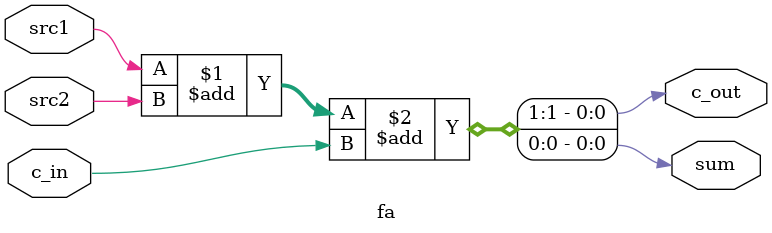
<source format=v>
module fa(
    input src1,
    input src2,
    input c_in,

    output c_out,
    output sum
);
    assign {c_out,sum} = src1 + src2 + c_in;
endmodule
</source>
